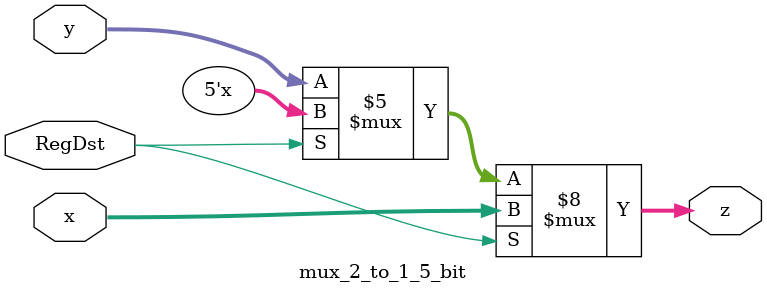
<source format=v>

module mux_2_to_1_5_bit(
    output reg [4:0] z,
    input [4:0] x,
    input [4:0] y,
    input RegDst
    );
always @(RegDst)
 begin
  if(RegDst == 1'b1)
   z <= x;
  else if(RegDst == 1'b0)
   z <= y;
  else
   z <= 5'bxxxxx;
 end
endmodule

</source>
